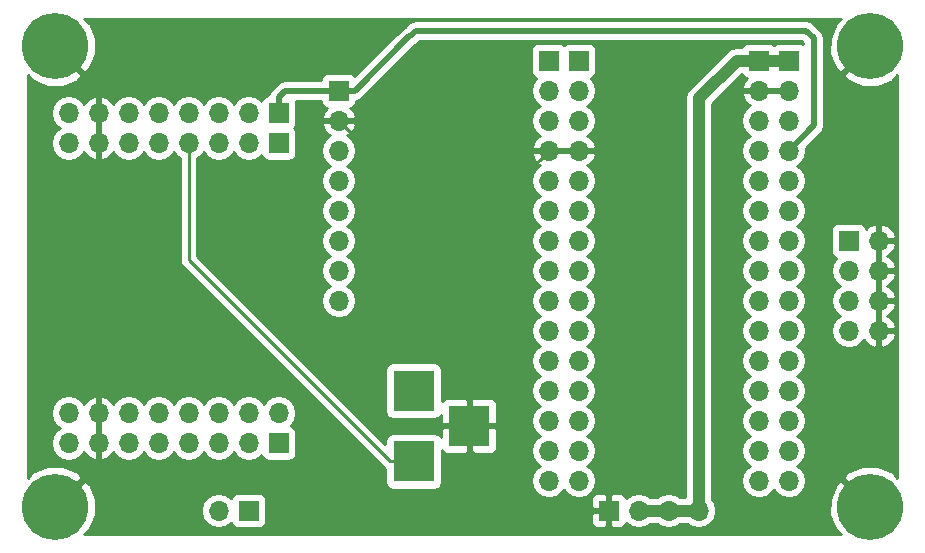
<source format=gbl>
G04 #@! TF.FileFunction,Copper,L2,Bot,Signal*
%FSLAX46Y46*%
G04 Gerber Fmt 4.6, Leading zero omitted, Abs format (unit mm)*
G04 Created by KiCad (PCBNEW 4.0.7-e2-6376~58~ubuntu16.04.1) date Sat Dec 23 21:02:57 2017*
%MOMM*%
%LPD*%
G01*
G04 APERTURE LIST*
%ADD10C,0.100000*%
%ADD11R,1.700000X1.700000*%
%ADD12O,1.700000X1.700000*%
%ADD13R,3.500000X3.500000*%
%ADD14C,5.600000*%
%ADD15C,1.016000*%
%ADD16C,0.228600*%
%ADD17C,0.508000*%
%ADD18C,0.254000*%
G04 APERTURE END LIST*
D10*
D11*
X121920000Y-113665000D03*
D12*
X119380000Y-113665000D03*
X116840000Y-113665000D03*
X114300000Y-113665000D03*
X111760000Y-113665000D03*
X109220000Y-113665000D03*
X106680000Y-113665000D03*
X104140000Y-113665000D03*
D11*
X149860000Y-147320000D03*
D12*
X152400000Y-147320000D03*
X154940000Y-147320000D03*
X157480000Y-147320000D03*
D11*
X144780000Y-109220000D03*
D12*
X144780000Y-111760000D03*
X144780000Y-114300000D03*
X144780000Y-116840000D03*
X144780000Y-119380000D03*
X144780000Y-121920000D03*
X144780000Y-124460000D03*
X144780000Y-127000000D03*
X144780000Y-129540000D03*
X144780000Y-132080000D03*
X144780000Y-134620000D03*
X144780000Y-137160000D03*
X144780000Y-139700000D03*
X144780000Y-142240000D03*
X144780000Y-144780000D03*
D11*
X165100000Y-109220000D03*
D12*
X165100000Y-111760000D03*
X165100000Y-114300000D03*
X165100000Y-116840000D03*
X165100000Y-119380000D03*
X165100000Y-121920000D03*
X165100000Y-124460000D03*
X165100000Y-127000000D03*
X165100000Y-129540000D03*
X165100000Y-132080000D03*
X165100000Y-134620000D03*
X165100000Y-137160000D03*
X165100000Y-139700000D03*
X165100000Y-142240000D03*
X165100000Y-144780000D03*
D13*
X133350000Y-137160000D03*
X133350000Y-143160000D03*
X138050000Y-140160000D03*
D11*
X119380000Y-147320000D03*
D12*
X116840000Y-147320000D03*
D11*
X147320000Y-109220000D03*
D12*
X147320000Y-111760000D03*
X147320000Y-114300000D03*
X147320000Y-116840000D03*
X147320000Y-119380000D03*
X147320000Y-121920000D03*
X147320000Y-124460000D03*
X147320000Y-127000000D03*
X147320000Y-129540000D03*
X147320000Y-132080000D03*
X147320000Y-134620000D03*
X147320000Y-137160000D03*
X147320000Y-139700000D03*
X147320000Y-142240000D03*
X147320000Y-144780000D03*
D11*
X162560000Y-109220000D03*
D12*
X162560000Y-111760000D03*
X162560000Y-114300000D03*
X162560000Y-116840000D03*
X162560000Y-119380000D03*
X162560000Y-121920000D03*
X162560000Y-124460000D03*
X162560000Y-127000000D03*
X162560000Y-129540000D03*
X162560000Y-132080000D03*
X162560000Y-134620000D03*
X162560000Y-137160000D03*
X162560000Y-139700000D03*
X162560000Y-142240000D03*
X162560000Y-144780000D03*
D11*
X121920000Y-141605000D03*
D12*
X119380000Y-141605000D03*
X116840000Y-141605000D03*
X114300000Y-141605000D03*
X111760000Y-141605000D03*
X109220000Y-141605000D03*
X106680000Y-141605000D03*
X104140000Y-141605000D03*
D11*
X127000000Y-111760000D03*
D12*
X127000000Y-114300000D03*
X127000000Y-116840000D03*
X127000000Y-119380000D03*
X127000000Y-121920000D03*
X127000000Y-124460000D03*
X127000000Y-127000000D03*
X127000000Y-129540000D03*
D11*
X121920000Y-116205000D03*
D12*
X121920000Y-139065000D03*
X119380000Y-139065000D03*
X119380000Y-116205000D03*
X116840000Y-139065000D03*
X116840000Y-116205000D03*
X114300000Y-139065000D03*
X114300000Y-116205000D03*
X111760000Y-139065000D03*
X111760000Y-116205000D03*
X109220000Y-139065000D03*
X109220000Y-116205000D03*
X106680000Y-139065000D03*
X106680000Y-116205000D03*
X104140000Y-139065000D03*
X104140000Y-116205000D03*
D11*
X170180000Y-124460000D03*
D12*
X172720000Y-124460000D03*
X170180000Y-127000000D03*
X172720000Y-127000000D03*
X170180000Y-129540000D03*
X172720000Y-129540000D03*
X170180000Y-132080000D03*
X172720000Y-132080000D03*
D14*
X172000000Y-147000000D03*
X103000000Y-147000000D03*
X172000000Y-108000000D03*
X103000000Y-108000000D03*
D15*
X162560000Y-109220000D02*
X165100000Y-109220000D01*
X157480000Y-147320000D02*
X157480000Y-112434000D01*
X157480000Y-112434000D02*
X160694000Y-109220000D01*
X160694000Y-109220000D02*
X162560000Y-109220000D01*
X154940000Y-147320000D02*
X157480000Y-147320000D01*
X152400000Y-147320000D02*
X154940000Y-147320000D01*
D16*
X149860000Y-147320000D02*
X143231400Y-147320000D01*
X143231400Y-147320000D02*
X138050000Y-142138600D01*
X138050000Y-142138600D02*
X138050000Y-140160000D01*
X106680000Y-139700000D02*
X106680000Y-143510000D01*
X106680000Y-143510000D02*
X104140000Y-146050000D01*
X138050000Y-140160000D02*
X138050000Y-125350000D01*
X138050000Y-125350000D02*
X127000000Y-114300000D01*
X144780000Y-116840000D02*
X138050000Y-123570000D01*
X138050000Y-123570000D02*
X138050000Y-140160000D01*
D17*
X127000000Y-111760000D02*
X122467000Y-111760000D01*
X122467000Y-111760000D02*
X121920000Y-112307000D01*
X121920000Y-112307000D02*
X121920000Y-113665000D01*
X165100000Y-116840000D02*
X167220001Y-114719999D01*
X167220001Y-114719999D02*
X167220001Y-107353999D01*
X167220001Y-107353999D02*
X166546002Y-106680000D01*
X166546002Y-106680000D02*
X133520000Y-106680000D01*
X133520000Y-106680000D02*
X133050000Y-107150000D01*
X133050000Y-107150000D02*
X132968000Y-107150000D01*
X128358000Y-111760000D02*
X127000000Y-111760000D01*
X132968000Y-107150000D02*
X128358000Y-111760000D01*
D16*
X133350000Y-143160000D02*
X131371400Y-143160000D01*
X131371400Y-143160000D02*
X114300000Y-126088600D01*
X114300000Y-126088600D02*
X114300000Y-117407081D01*
X114300000Y-117407081D02*
X114300000Y-116205000D01*
D18*
G36*
X169547658Y-105727266D02*
X169093797Y-106045501D01*
X168567064Y-107306434D01*
X168562965Y-108672956D01*
X169082122Y-109937027D01*
X169093797Y-109954499D01*
X169547660Y-110272735D01*
X171820395Y-108000000D01*
X171806253Y-107985858D01*
X171985858Y-107806253D01*
X172000000Y-107820395D01*
X172014143Y-107806253D01*
X172193748Y-107985858D01*
X172179605Y-108000000D01*
X172193748Y-108014143D01*
X172014143Y-108193748D01*
X172000000Y-108179605D01*
X169727265Y-110452340D01*
X170045501Y-110906203D01*
X171306434Y-111432936D01*
X172672956Y-111437035D01*
X173937027Y-110917878D01*
X173954499Y-110906203D01*
X174272734Y-110452342D01*
X174290000Y-110469608D01*
X174290000Y-144530392D01*
X174272734Y-144547658D01*
X173954499Y-144093797D01*
X172693566Y-143567064D01*
X171327044Y-143562965D01*
X170062973Y-144082122D01*
X170045501Y-144093797D01*
X169727265Y-144547660D01*
X172000000Y-146820395D01*
X172014143Y-146806253D01*
X172193748Y-146985858D01*
X172179605Y-147000000D01*
X172193748Y-147014143D01*
X172014143Y-147193748D01*
X172000000Y-147179605D01*
X171985858Y-147193748D01*
X171806253Y-147014143D01*
X171820395Y-147000000D01*
X169547660Y-144727265D01*
X169093797Y-145045501D01*
X168567064Y-146306434D01*
X168562965Y-147672956D01*
X169082122Y-148937027D01*
X169093797Y-148954499D01*
X169547658Y-149272734D01*
X169530392Y-149290000D01*
X105469608Y-149290000D01*
X105452342Y-149272734D01*
X105906203Y-148954499D01*
X106432936Y-147693566D01*
X106434143Y-147290907D01*
X115355000Y-147290907D01*
X115355000Y-147349093D01*
X115468039Y-147917378D01*
X115789946Y-148399147D01*
X116271715Y-148721054D01*
X116840000Y-148834093D01*
X117408285Y-148721054D01*
X117890054Y-148399147D01*
X117917850Y-148357548D01*
X117926838Y-148405317D01*
X118065910Y-148621441D01*
X118278110Y-148766431D01*
X118530000Y-148817440D01*
X120230000Y-148817440D01*
X120465317Y-148773162D01*
X120681441Y-148634090D01*
X120826431Y-148421890D01*
X120877440Y-148170000D01*
X120877440Y-147605750D01*
X148375000Y-147605750D01*
X148375000Y-148296309D01*
X148471673Y-148529698D01*
X148650301Y-148708327D01*
X148883690Y-148805000D01*
X149574250Y-148805000D01*
X149733000Y-148646250D01*
X149733000Y-147447000D01*
X148533750Y-147447000D01*
X148375000Y-147605750D01*
X120877440Y-147605750D01*
X120877440Y-146470000D01*
X120853674Y-146343691D01*
X148375000Y-146343691D01*
X148375000Y-147034250D01*
X148533750Y-147193000D01*
X149733000Y-147193000D01*
X149733000Y-145993750D01*
X149574250Y-145835000D01*
X148883690Y-145835000D01*
X148650301Y-145931673D01*
X148471673Y-146110302D01*
X148375000Y-146343691D01*
X120853674Y-146343691D01*
X120833162Y-146234683D01*
X120694090Y-146018559D01*
X120481890Y-145873569D01*
X120230000Y-145822560D01*
X118530000Y-145822560D01*
X118294683Y-145866838D01*
X118078559Y-146005910D01*
X117933569Y-146218110D01*
X117919914Y-146285541D01*
X117890054Y-146240853D01*
X117408285Y-145918946D01*
X116840000Y-145805907D01*
X116271715Y-145918946D01*
X115789946Y-146240853D01*
X115468039Y-146722622D01*
X115355000Y-147290907D01*
X106434143Y-147290907D01*
X106437035Y-146327044D01*
X105917878Y-145062973D01*
X105906203Y-145045501D01*
X105452340Y-144727265D01*
X103179605Y-147000000D01*
X103193748Y-147014143D01*
X103014143Y-147193748D01*
X103000000Y-147179605D01*
X102985858Y-147193748D01*
X102806253Y-147014143D01*
X102820395Y-147000000D01*
X102806253Y-146985858D01*
X102985858Y-146806253D01*
X103000000Y-146820395D01*
X105272735Y-144547660D01*
X104954499Y-144093797D01*
X103693566Y-143567064D01*
X102327044Y-143562965D01*
X101062973Y-144082122D01*
X101045501Y-144093797D01*
X100727266Y-144547658D01*
X100710000Y-144530392D01*
X100710000Y-139035907D01*
X102655000Y-139035907D01*
X102655000Y-139094093D01*
X102768039Y-139662378D01*
X103089946Y-140144147D01*
X103375578Y-140335000D01*
X103089946Y-140525853D01*
X102768039Y-141007622D01*
X102655000Y-141575907D01*
X102655000Y-141634093D01*
X102768039Y-142202378D01*
X103089946Y-142684147D01*
X103571715Y-143006054D01*
X104140000Y-143119093D01*
X104708285Y-143006054D01*
X105190054Y-142684147D01*
X105417702Y-142343447D01*
X105484817Y-142486358D01*
X105913076Y-142876645D01*
X106323110Y-143046476D01*
X106553000Y-142925155D01*
X106553000Y-141732000D01*
X106533000Y-141732000D01*
X106533000Y-141478000D01*
X106553000Y-141478000D01*
X106553000Y-139192000D01*
X106533000Y-139192000D01*
X106533000Y-138938000D01*
X106553000Y-138938000D01*
X106553000Y-137744845D01*
X106807000Y-137744845D01*
X106807000Y-138938000D01*
X106827000Y-138938000D01*
X106827000Y-139192000D01*
X106807000Y-139192000D01*
X106807000Y-141478000D01*
X106827000Y-141478000D01*
X106827000Y-141732000D01*
X106807000Y-141732000D01*
X106807000Y-142925155D01*
X107036890Y-143046476D01*
X107446924Y-142876645D01*
X107875183Y-142486358D01*
X107942298Y-142343447D01*
X108169946Y-142684147D01*
X108651715Y-143006054D01*
X109220000Y-143119093D01*
X109788285Y-143006054D01*
X110270054Y-142684147D01*
X110490000Y-142354974D01*
X110709946Y-142684147D01*
X111191715Y-143006054D01*
X111760000Y-143119093D01*
X112328285Y-143006054D01*
X112810054Y-142684147D01*
X113030000Y-142354974D01*
X113249946Y-142684147D01*
X113731715Y-143006054D01*
X114300000Y-143119093D01*
X114868285Y-143006054D01*
X115350054Y-142684147D01*
X115570000Y-142354974D01*
X115789946Y-142684147D01*
X116271715Y-143006054D01*
X116840000Y-143119093D01*
X117408285Y-143006054D01*
X117890054Y-142684147D01*
X118110000Y-142354974D01*
X118329946Y-142684147D01*
X118811715Y-143006054D01*
X119380000Y-143119093D01*
X119948285Y-143006054D01*
X120430054Y-142684147D01*
X120457850Y-142642548D01*
X120466838Y-142690317D01*
X120605910Y-142906441D01*
X120818110Y-143051431D01*
X121070000Y-143102440D01*
X122770000Y-143102440D01*
X123005317Y-143058162D01*
X123221441Y-142919090D01*
X123366431Y-142706890D01*
X123417440Y-142455000D01*
X123417440Y-140755000D01*
X123373162Y-140519683D01*
X123234090Y-140303559D01*
X123021890Y-140158569D01*
X122965546Y-140147159D01*
X122970054Y-140144147D01*
X123291961Y-139662378D01*
X123405000Y-139094093D01*
X123405000Y-139035907D01*
X123291961Y-138467622D01*
X122970054Y-137985853D01*
X122488285Y-137663946D01*
X121920000Y-137550907D01*
X121351715Y-137663946D01*
X120869946Y-137985853D01*
X120650000Y-138315026D01*
X120430054Y-137985853D01*
X119948285Y-137663946D01*
X119380000Y-137550907D01*
X118811715Y-137663946D01*
X118329946Y-137985853D01*
X118110000Y-138315026D01*
X117890054Y-137985853D01*
X117408285Y-137663946D01*
X116840000Y-137550907D01*
X116271715Y-137663946D01*
X115789946Y-137985853D01*
X115570000Y-138315026D01*
X115350054Y-137985853D01*
X114868285Y-137663946D01*
X114300000Y-137550907D01*
X113731715Y-137663946D01*
X113249946Y-137985853D01*
X113030000Y-138315026D01*
X112810054Y-137985853D01*
X112328285Y-137663946D01*
X111760000Y-137550907D01*
X111191715Y-137663946D01*
X110709946Y-137985853D01*
X110490000Y-138315026D01*
X110270054Y-137985853D01*
X109788285Y-137663946D01*
X109220000Y-137550907D01*
X108651715Y-137663946D01*
X108169946Y-137985853D01*
X107942298Y-138326553D01*
X107875183Y-138183642D01*
X107446924Y-137793355D01*
X107036890Y-137623524D01*
X106807000Y-137744845D01*
X106553000Y-137744845D01*
X106323110Y-137623524D01*
X105913076Y-137793355D01*
X105484817Y-138183642D01*
X105417702Y-138326553D01*
X105190054Y-137985853D01*
X104708285Y-137663946D01*
X104140000Y-137550907D01*
X103571715Y-137663946D01*
X103089946Y-137985853D01*
X102768039Y-138467622D01*
X102655000Y-139035907D01*
X100710000Y-139035907D01*
X100710000Y-113635907D01*
X102655000Y-113635907D01*
X102655000Y-113694093D01*
X102768039Y-114262378D01*
X103089946Y-114744147D01*
X103375578Y-114935000D01*
X103089946Y-115125853D01*
X102768039Y-115607622D01*
X102655000Y-116175907D01*
X102655000Y-116234093D01*
X102768039Y-116802378D01*
X103089946Y-117284147D01*
X103571715Y-117606054D01*
X104140000Y-117719093D01*
X104708285Y-117606054D01*
X105190054Y-117284147D01*
X105417702Y-116943447D01*
X105484817Y-117086358D01*
X105913076Y-117476645D01*
X106323110Y-117646476D01*
X106553000Y-117525155D01*
X106553000Y-116332000D01*
X106533000Y-116332000D01*
X106533000Y-116078000D01*
X106553000Y-116078000D01*
X106553000Y-113792000D01*
X106533000Y-113792000D01*
X106533000Y-113538000D01*
X106553000Y-113538000D01*
X106553000Y-112344845D01*
X106807000Y-112344845D01*
X106807000Y-113538000D01*
X106827000Y-113538000D01*
X106827000Y-113792000D01*
X106807000Y-113792000D01*
X106807000Y-116078000D01*
X106827000Y-116078000D01*
X106827000Y-116332000D01*
X106807000Y-116332000D01*
X106807000Y-117525155D01*
X107036890Y-117646476D01*
X107446924Y-117476645D01*
X107875183Y-117086358D01*
X107942298Y-116943447D01*
X108169946Y-117284147D01*
X108651715Y-117606054D01*
X109220000Y-117719093D01*
X109788285Y-117606054D01*
X110270054Y-117284147D01*
X110490000Y-116954974D01*
X110709946Y-117284147D01*
X111191715Y-117606054D01*
X111760000Y-117719093D01*
X112328285Y-117606054D01*
X112810054Y-117284147D01*
X113030000Y-116954974D01*
X113249946Y-117284147D01*
X113550700Y-117485104D01*
X113550700Y-126088600D01*
X113607737Y-126375345D01*
X113770165Y-126618435D01*
X130841565Y-143689835D01*
X130952560Y-143764000D01*
X130952560Y-144910000D01*
X130996838Y-145145317D01*
X131135910Y-145361441D01*
X131348110Y-145506431D01*
X131600000Y-145557440D01*
X135100000Y-145557440D01*
X135335317Y-145513162D01*
X135551441Y-145374090D01*
X135696431Y-145161890D01*
X135747440Y-144910000D01*
X135747440Y-142235337D01*
X135761673Y-142269698D01*
X135940301Y-142448327D01*
X136173690Y-142545000D01*
X137764250Y-142545000D01*
X137923000Y-142386250D01*
X137923000Y-140287000D01*
X138177000Y-140287000D01*
X138177000Y-142386250D01*
X138335750Y-142545000D01*
X139926310Y-142545000D01*
X140159699Y-142448327D01*
X140338327Y-142269698D01*
X140435000Y-142036309D01*
X140435000Y-140445750D01*
X140276250Y-140287000D01*
X138177000Y-140287000D01*
X137923000Y-140287000D01*
X135823750Y-140287000D01*
X135665000Y-140445750D01*
X135665000Y-141115378D01*
X135564090Y-140958559D01*
X135351890Y-140813569D01*
X135100000Y-140762560D01*
X131600000Y-140762560D01*
X131364683Y-140806838D01*
X131148559Y-140945910D01*
X131003569Y-141158110D01*
X130952560Y-141410000D01*
X130952560Y-141681490D01*
X124681070Y-135410000D01*
X130952560Y-135410000D01*
X130952560Y-138910000D01*
X130996838Y-139145317D01*
X131135910Y-139361441D01*
X131348110Y-139506431D01*
X131600000Y-139557440D01*
X135100000Y-139557440D01*
X135335317Y-139513162D01*
X135551441Y-139374090D01*
X135665000Y-139207891D01*
X135665000Y-139874250D01*
X135823750Y-140033000D01*
X137923000Y-140033000D01*
X137923000Y-137933750D01*
X138177000Y-137933750D01*
X138177000Y-140033000D01*
X140276250Y-140033000D01*
X140435000Y-139874250D01*
X140435000Y-138283691D01*
X140338327Y-138050302D01*
X140159699Y-137871673D01*
X139926310Y-137775000D01*
X138335750Y-137775000D01*
X138177000Y-137933750D01*
X137923000Y-137933750D01*
X137764250Y-137775000D01*
X136173690Y-137775000D01*
X135940301Y-137871673D01*
X135761673Y-138050302D01*
X135747440Y-138084663D01*
X135747440Y-135410000D01*
X135703162Y-135174683D01*
X135564090Y-134958559D01*
X135351890Y-134813569D01*
X135100000Y-134762560D01*
X131600000Y-134762560D01*
X131364683Y-134806838D01*
X131148559Y-134945910D01*
X131003569Y-135158110D01*
X130952560Y-135410000D01*
X124681070Y-135410000D01*
X115049300Y-125778230D01*
X115049300Y-117485104D01*
X115350054Y-117284147D01*
X115570000Y-116954974D01*
X115789946Y-117284147D01*
X116271715Y-117606054D01*
X116840000Y-117719093D01*
X117408285Y-117606054D01*
X117890054Y-117284147D01*
X118110000Y-116954974D01*
X118329946Y-117284147D01*
X118811715Y-117606054D01*
X119380000Y-117719093D01*
X119948285Y-117606054D01*
X120430054Y-117284147D01*
X120457850Y-117242548D01*
X120466838Y-117290317D01*
X120605910Y-117506441D01*
X120818110Y-117651431D01*
X121070000Y-117702440D01*
X122770000Y-117702440D01*
X123005317Y-117658162D01*
X123221441Y-117519090D01*
X123366431Y-117306890D01*
X123417440Y-117055000D01*
X123417440Y-116840000D01*
X125485907Y-116840000D01*
X125598946Y-117408285D01*
X125920853Y-117890054D01*
X126250026Y-118110000D01*
X125920853Y-118329946D01*
X125598946Y-118811715D01*
X125485907Y-119380000D01*
X125598946Y-119948285D01*
X125920853Y-120430054D01*
X126250026Y-120650000D01*
X125920853Y-120869946D01*
X125598946Y-121351715D01*
X125485907Y-121920000D01*
X125598946Y-122488285D01*
X125920853Y-122970054D01*
X126250026Y-123190000D01*
X125920853Y-123409946D01*
X125598946Y-123891715D01*
X125485907Y-124460000D01*
X125598946Y-125028285D01*
X125920853Y-125510054D01*
X126250026Y-125730000D01*
X125920853Y-125949946D01*
X125598946Y-126431715D01*
X125485907Y-127000000D01*
X125598946Y-127568285D01*
X125920853Y-128050054D01*
X126250026Y-128270000D01*
X125920853Y-128489946D01*
X125598946Y-128971715D01*
X125485907Y-129540000D01*
X125598946Y-130108285D01*
X125920853Y-130590054D01*
X126402622Y-130911961D01*
X126970907Y-131025000D01*
X127029093Y-131025000D01*
X127597378Y-130911961D01*
X128079147Y-130590054D01*
X128401054Y-130108285D01*
X128514093Y-129540000D01*
X128401054Y-128971715D01*
X128079147Y-128489946D01*
X127749974Y-128270000D01*
X128079147Y-128050054D01*
X128401054Y-127568285D01*
X128514093Y-127000000D01*
X128401054Y-126431715D01*
X128079147Y-125949946D01*
X127749974Y-125730000D01*
X128079147Y-125510054D01*
X128401054Y-125028285D01*
X128514093Y-124460000D01*
X128401054Y-123891715D01*
X128079147Y-123409946D01*
X127749974Y-123190000D01*
X128079147Y-122970054D01*
X128401054Y-122488285D01*
X128514093Y-121920000D01*
X128401054Y-121351715D01*
X128079147Y-120869946D01*
X127749974Y-120650000D01*
X128079147Y-120430054D01*
X128401054Y-119948285D01*
X128514093Y-119380000D01*
X143265907Y-119380000D01*
X143378946Y-119948285D01*
X143700853Y-120430054D01*
X144030026Y-120650000D01*
X143700853Y-120869946D01*
X143378946Y-121351715D01*
X143265907Y-121920000D01*
X143378946Y-122488285D01*
X143700853Y-122970054D01*
X144030026Y-123190000D01*
X143700853Y-123409946D01*
X143378946Y-123891715D01*
X143265907Y-124460000D01*
X143378946Y-125028285D01*
X143700853Y-125510054D01*
X144030026Y-125730000D01*
X143700853Y-125949946D01*
X143378946Y-126431715D01*
X143265907Y-127000000D01*
X143378946Y-127568285D01*
X143700853Y-128050054D01*
X144030026Y-128270000D01*
X143700853Y-128489946D01*
X143378946Y-128971715D01*
X143265907Y-129540000D01*
X143378946Y-130108285D01*
X143700853Y-130590054D01*
X144030026Y-130810000D01*
X143700853Y-131029946D01*
X143378946Y-131511715D01*
X143265907Y-132080000D01*
X143378946Y-132648285D01*
X143700853Y-133130054D01*
X144030026Y-133350000D01*
X143700853Y-133569946D01*
X143378946Y-134051715D01*
X143265907Y-134620000D01*
X143378946Y-135188285D01*
X143700853Y-135670054D01*
X144030026Y-135890000D01*
X143700853Y-136109946D01*
X143378946Y-136591715D01*
X143265907Y-137160000D01*
X143378946Y-137728285D01*
X143700853Y-138210054D01*
X144030026Y-138430000D01*
X143700853Y-138649946D01*
X143378946Y-139131715D01*
X143265907Y-139700000D01*
X143378946Y-140268285D01*
X143700853Y-140750054D01*
X144030026Y-140970000D01*
X143700853Y-141189946D01*
X143378946Y-141671715D01*
X143265907Y-142240000D01*
X143378946Y-142808285D01*
X143700853Y-143290054D01*
X144030026Y-143510000D01*
X143700853Y-143729946D01*
X143378946Y-144211715D01*
X143265907Y-144780000D01*
X143378946Y-145348285D01*
X143700853Y-145830054D01*
X144182622Y-146151961D01*
X144750907Y-146265000D01*
X144809093Y-146265000D01*
X145377378Y-146151961D01*
X145859147Y-145830054D01*
X146050000Y-145544422D01*
X146240853Y-145830054D01*
X146722622Y-146151961D01*
X147290907Y-146265000D01*
X147349093Y-146265000D01*
X147917378Y-146151961D01*
X148399147Y-145830054D01*
X148721054Y-145348285D01*
X148834093Y-144780000D01*
X148721054Y-144211715D01*
X148399147Y-143729946D01*
X148069974Y-143510000D01*
X148399147Y-143290054D01*
X148721054Y-142808285D01*
X148834093Y-142240000D01*
X148721054Y-141671715D01*
X148399147Y-141189946D01*
X148069974Y-140970000D01*
X148399147Y-140750054D01*
X148721054Y-140268285D01*
X148834093Y-139700000D01*
X148721054Y-139131715D01*
X148399147Y-138649946D01*
X148069974Y-138430000D01*
X148399147Y-138210054D01*
X148721054Y-137728285D01*
X148834093Y-137160000D01*
X148721054Y-136591715D01*
X148399147Y-136109946D01*
X148069974Y-135890000D01*
X148399147Y-135670054D01*
X148721054Y-135188285D01*
X148834093Y-134620000D01*
X148721054Y-134051715D01*
X148399147Y-133569946D01*
X148069974Y-133350000D01*
X148399147Y-133130054D01*
X148721054Y-132648285D01*
X148834093Y-132080000D01*
X148721054Y-131511715D01*
X148399147Y-131029946D01*
X148069974Y-130810000D01*
X148399147Y-130590054D01*
X148721054Y-130108285D01*
X148834093Y-129540000D01*
X148721054Y-128971715D01*
X148399147Y-128489946D01*
X148069974Y-128270000D01*
X148399147Y-128050054D01*
X148721054Y-127568285D01*
X148834093Y-127000000D01*
X148721054Y-126431715D01*
X148399147Y-125949946D01*
X148069974Y-125730000D01*
X148399147Y-125510054D01*
X148721054Y-125028285D01*
X148834093Y-124460000D01*
X148721054Y-123891715D01*
X148399147Y-123409946D01*
X148069974Y-123190000D01*
X148399147Y-122970054D01*
X148721054Y-122488285D01*
X148834093Y-121920000D01*
X148721054Y-121351715D01*
X148399147Y-120869946D01*
X148069974Y-120650000D01*
X148399147Y-120430054D01*
X148721054Y-119948285D01*
X148834093Y-119380000D01*
X148721054Y-118811715D01*
X148399147Y-118329946D01*
X148058447Y-118102298D01*
X148201358Y-118035183D01*
X148591645Y-117606924D01*
X148761476Y-117196890D01*
X148640155Y-116967000D01*
X147447000Y-116967000D01*
X147447000Y-116987000D01*
X147193000Y-116987000D01*
X147193000Y-116967000D01*
X144907000Y-116967000D01*
X144907000Y-116987000D01*
X144653000Y-116987000D01*
X144653000Y-116967000D01*
X143459845Y-116967000D01*
X143338524Y-117196890D01*
X143508355Y-117606924D01*
X143898642Y-118035183D01*
X144041553Y-118102298D01*
X143700853Y-118329946D01*
X143378946Y-118811715D01*
X143265907Y-119380000D01*
X128514093Y-119380000D01*
X128401054Y-118811715D01*
X128079147Y-118329946D01*
X127749974Y-118110000D01*
X128079147Y-117890054D01*
X128401054Y-117408285D01*
X128514093Y-116840000D01*
X128401054Y-116271715D01*
X128079147Y-115789946D01*
X127738447Y-115562298D01*
X127881358Y-115495183D01*
X128271645Y-115066924D01*
X128441476Y-114656890D01*
X128320155Y-114427000D01*
X127127000Y-114427000D01*
X127127000Y-114447000D01*
X126873000Y-114447000D01*
X126873000Y-114427000D01*
X125679845Y-114427000D01*
X125558524Y-114656890D01*
X125728355Y-115066924D01*
X126118642Y-115495183D01*
X126261553Y-115562298D01*
X125920853Y-115789946D01*
X125598946Y-116271715D01*
X125485907Y-116840000D01*
X123417440Y-116840000D01*
X123417440Y-115355000D01*
X123373162Y-115119683D01*
X123252985Y-114932923D01*
X123366431Y-114766890D01*
X123417440Y-114515000D01*
X123417440Y-112815000D01*
X123386205Y-112649000D01*
X125509898Y-112649000D01*
X125546838Y-112845317D01*
X125685910Y-113061441D01*
X125898110Y-113206431D01*
X126006107Y-113228301D01*
X125728355Y-113533076D01*
X125558524Y-113943110D01*
X125679845Y-114173000D01*
X126873000Y-114173000D01*
X126873000Y-114153000D01*
X127127000Y-114153000D01*
X127127000Y-114173000D01*
X128320155Y-114173000D01*
X128441476Y-113943110D01*
X128271645Y-113533076D01*
X127995499Y-113230063D01*
X128085317Y-113213162D01*
X128301441Y-113074090D01*
X128446431Y-112861890D01*
X128495063Y-112621736D01*
X128698206Y-112581329D01*
X128986618Y-112388618D01*
X129615236Y-111760000D01*
X143265907Y-111760000D01*
X143378946Y-112328285D01*
X143700853Y-112810054D01*
X144030026Y-113030000D01*
X143700853Y-113249946D01*
X143378946Y-113731715D01*
X143265907Y-114300000D01*
X143378946Y-114868285D01*
X143700853Y-115350054D01*
X144041553Y-115577702D01*
X143898642Y-115644817D01*
X143508355Y-116073076D01*
X143338524Y-116483110D01*
X143459845Y-116713000D01*
X144653000Y-116713000D01*
X144653000Y-116693000D01*
X144907000Y-116693000D01*
X144907000Y-116713000D01*
X147193000Y-116713000D01*
X147193000Y-116693000D01*
X147447000Y-116693000D01*
X147447000Y-116713000D01*
X148640155Y-116713000D01*
X148761476Y-116483110D01*
X148591645Y-116073076D01*
X148201358Y-115644817D01*
X148058447Y-115577702D01*
X148399147Y-115350054D01*
X148721054Y-114868285D01*
X148834093Y-114300000D01*
X148721054Y-113731715D01*
X148399147Y-113249946D01*
X148069974Y-113030000D01*
X148399147Y-112810054D01*
X148721054Y-112328285D01*
X148834093Y-111760000D01*
X148721054Y-111191715D01*
X148399147Y-110709946D01*
X148357548Y-110682150D01*
X148405317Y-110673162D01*
X148621441Y-110534090D01*
X148766431Y-110321890D01*
X148817440Y-110070000D01*
X148817440Y-108370000D01*
X148773162Y-108134683D01*
X148634090Y-107918559D01*
X148421890Y-107773569D01*
X148170000Y-107722560D01*
X146470000Y-107722560D01*
X146234683Y-107766838D01*
X146047923Y-107887015D01*
X145881890Y-107773569D01*
X145630000Y-107722560D01*
X143930000Y-107722560D01*
X143694683Y-107766838D01*
X143478559Y-107905910D01*
X143333569Y-108118110D01*
X143282560Y-108370000D01*
X143282560Y-110070000D01*
X143326838Y-110305317D01*
X143465910Y-110521441D01*
X143678110Y-110666431D01*
X143745541Y-110680086D01*
X143700853Y-110709946D01*
X143378946Y-111191715D01*
X143265907Y-111760000D01*
X129615236Y-111760000D01*
X133431496Y-107943740D01*
X133678618Y-107778618D01*
X133888236Y-107569000D01*
X166177766Y-107569000D01*
X166331001Y-107722235D01*
X166331001Y-107861787D01*
X166201890Y-107773569D01*
X165950000Y-107722560D01*
X164250000Y-107722560D01*
X164014683Y-107766838D01*
X163827923Y-107887015D01*
X163661890Y-107773569D01*
X163410000Y-107722560D01*
X161710000Y-107722560D01*
X161474683Y-107766838D01*
X161258559Y-107905910D01*
X161141658Y-108077000D01*
X160694000Y-108077000D01*
X160256593Y-108164006D01*
X159885777Y-108411777D01*
X156671777Y-111625777D01*
X156424006Y-111996593D01*
X156337000Y-112434000D01*
X156337000Y-146177000D01*
X155894491Y-146177000D01*
X155508285Y-145918946D01*
X154940000Y-145805907D01*
X154371715Y-145918946D01*
X153985509Y-146177000D01*
X153354491Y-146177000D01*
X152968285Y-145918946D01*
X152400000Y-145805907D01*
X151831715Y-145918946D01*
X151349946Y-146240853D01*
X151320597Y-146284777D01*
X151248327Y-146110302D01*
X151069699Y-145931673D01*
X150836310Y-145835000D01*
X150145750Y-145835000D01*
X149987000Y-145993750D01*
X149987000Y-147193000D01*
X150007000Y-147193000D01*
X150007000Y-147447000D01*
X149987000Y-147447000D01*
X149987000Y-148646250D01*
X150145750Y-148805000D01*
X150836310Y-148805000D01*
X151069699Y-148708327D01*
X151248327Y-148529698D01*
X151320597Y-148355223D01*
X151349946Y-148399147D01*
X151831715Y-148721054D01*
X152400000Y-148834093D01*
X152968285Y-148721054D01*
X153354491Y-148463000D01*
X153985509Y-148463000D01*
X154371715Y-148721054D01*
X154940000Y-148834093D01*
X155508285Y-148721054D01*
X155894491Y-148463000D01*
X156525509Y-148463000D01*
X156911715Y-148721054D01*
X157480000Y-148834093D01*
X158048285Y-148721054D01*
X158530054Y-148399147D01*
X158851961Y-147917378D01*
X158965000Y-147349093D01*
X158965000Y-147290907D01*
X158851961Y-146722622D01*
X158623000Y-146379957D01*
X158623000Y-112907446D01*
X161153153Y-110377293D01*
X161245910Y-110521441D01*
X161458110Y-110666431D01*
X161566107Y-110688301D01*
X161288355Y-110993076D01*
X161118524Y-111403110D01*
X161239845Y-111633000D01*
X162433000Y-111633000D01*
X162433000Y-111613000D01*
X162687000Y-111613000D01*
X162687000Y-111633000D01*
X164973000Y-111633000D01*
X164973000Y-111613000D01*
X165227000Y-111613000D01*
X165227000Y-111633000D01*
X165247000Y-111633000D01*
X165247000Y-111887000D01*
X165227000Y-111887000D01*
X165227000Y-111907000D01*
X164973000Y-111907000D01*
X164973000Y-111887000D01*
X162687000Y-111887000D01*
X162687000Y-111907000D01*
X162433000Y-111907000D01*
X162433000Y-111887000D01*
X161239845Y-111887000D01*
X161118524Y-112116890D01*
X161288355Y-112526924D01*
X161678642Y-112955183D01*
X161821553Y-113022298D01*
X161480853Y-113249946D01*
X161158946Y-113731715D01*
X161045907Y-114300000D01*
X161158946Y-114868285D01*
X161480853Y-115350054D01*
X161810026Y-115570000D01*
X161480853Y-115789946D01*
X161158946Y-116271715D01*
X161045907Y-116840000D01*
X161158946Y-117408285D01*
X161480853Y-117890054D01*
X161810026Y-118110000D01*
X161480853Y-118329946D01*
X161158946Y-118811715D01*
X161045907Y-119380000D01*
X161158946Y-119948285D01*
X161480853Y-120430054D01*
X161810026Y-120650000D01*
X161480853Y-120869946D01*
X161158946Y-121351715D01*
X161045907Y-121920000D01*
X161158946Y-122488285D01*
X161480853Y-122970054D01*
X161810026Y-123190000D01*
X161480853Y-123409946D01*
X161158946Y-123891715D01*
X161045907Y-124460000D01*
X161158946Y-125028285D01*
X161480853Y-125510054D01*
X161810026Y-125730000D01*
X161480853Y-125949946D01*
X161158946Y-126431715D01*
X161045907Y-127000000D01*
X161158946Y-127568285D01*
X161480853Y-128050054D01*
X161810026Y-128270000D01*
X161480853Y-128489946D01*
X161158946Y-128971715D01*
X161045907Y-129540000D01*
X161158946Y-130108285D01*
X161480853Y-130590054D01*
X161810026Y-130810000D01*
X161480853Y-131029946D01*
X161158946Y-131511715D01*
X161045907Y-132080000D01*
X161158946Y-132648285D01*
X161480853Y-133130054D01*
X161810026Y-133350000D01*
X161480853Y-133569946D01*
X161158946Y-134051715D01*
X161045907Y-134620000D01*
X161158946Y-135188285D01*
X161480853Y-135670054D01*
X161810026Y-135890000D01*
X161480853Y-136109946D01*
X161158946Y-136591715D01*
X161045907Y-137160000D01*
X161158946Y-137728285D01*
X161480853Y-138210054D01*
X161810026Y-138430000D01*
X161480853Y-138649946D01*
X161158946Y-139131715D01*
X161045907Y-139700000D01*
X161158946Y-140268285D01*
X161480853Y-140750054D01*
X161810026Y-140970000D01*
X161480853Y-141189946D01*
X161158946Y-141671715D01*
X161045907Y-142240000D01*
X161158946Y-142808285D01*
X161480853Y-143290054D01*
X161810026Y-143510000D01*
X161480853Y-143729946D01*
X161158946Y-144211715D01*
X161045907Y-144780000D01*
X161158946Y-145348285D01*
X161480853Y-145830054D01*
X161962622Y-146151961D01*
X162530907Y-146265000D01*
X162589093Y-146265000D01*
X163157378Y-146151961D01*
X163639147Y-145830054D01*
X163830000Y-145544422D01*
X164020853Y-145830054D01*
X164502622Y-146151961D01*
X165070907Y-146265000D01*
X165129093Y-146265000D01*
X165697378Y-146151961D01*
X166179147Y-145830054D01*
X166501054Y-145348285D01*
X166614093Y-144780000D01*
X166501054Y-144211715D01*
X166179147Y-143729946D01*
X165849974Y-143510000D01*
X166179147Y-143290054D01*
X166501054Y-142808285D01*
X166614093Y-142240000D01*
X166501054Y-141671715D01*
X166179147Y-141189946D01*
X165849974Y-140970000D01*
X166179147Y-140750054D01*
X166501054Y-140268285D01*
X166614093Y-139700000D01*
X166501054Y-139131715D01*
X166179147Y-138649946D01*
X165849974Y-138430000D01*
X166179147Y-138210054D01*
X166501054Y-137728285D01*
X166614093Y-137160000D01*
X166501054Y-136591715D01*
X166179147Y-136109946D01*
X165849974Y-135890000D01*
X166179147Y-135670054D01*
X166501054Y-135188285D01*
X166614093Y-134620000D01*
X166501054Y-134051715D01*
X166179147Y-133569946D01*
X165849974Y-133350000D01*
X166179147Y-133130054D01*
X166501054Y-132648285D01*
X166614093Y-132080000D01*
X166501054Y-131511715D01*
X166179147Y-131029946D01*
X165849974Y-130810000D01*
X166179147Y-130590054D01*
X166501054Y-130108285D01*
X166614093Y-129540000D01*
X166501054Y-128971715D01*
X166179147Y-128489946D01*
X165849974Y-128270000D01*
X166179147Y-128050054D01*
X166501054Y-127568285D01*
X166614093Y-127000000D01*
X168665907Y-127000000D01*
X168778946Y-127568285D01*
X169100853Y-128050054D01*
X169430026Y-128270000D01*
X169100853Y-128489946D01*
X168778946Y-128971715D01*
X168665907Y-129540000D01*
X168778946Y-130108285D01*
X169100853Y-130590054D01*
X169430026Y-130810000D01*
X169100853Y-131029946D01*
X168778946Y-131511715D01*
X168665907Y-132080000D01*
X168778946Y-132648285D01*
X169100853Y-133130054D01*
X169582622Y-133451961D01*
X170150907Y-133565000D01*
X170209093Y-133565000D01*
X170777378Y-133451961D01*
X171259147Y-133130054D01*
X171448345Y-132846899D01*
X171448355Y-132846924D01*
X171838642Y-133275183D01*
X172363108Y-133521486D01*
X172593000Y-133400819D01*
X172593000Y-132207000D01*
X172847000Y-132207000D01*
X172847000Y-133400819D01*
X173076892Y-133521486D01*
X173601358Y-133275183D01*
X173991645Y-132846924D01*
X174161476Y-132436890D01*
X174040155Y-132207000D01*
X172847000Y-132207000D01*
X172593000Y-132207000D01*
X172573000Y-132207000D01*
X172573000Y-131953000D01*
X172593000Y-131953000D01*
X172593000Y-129667000D01*
X172847000Y-129667000D01*
X172847000Y-131953000D01*
X174040155Y-131953000D01*
X174161476Y-131723110D01*
X173991645Y-131313076D01*
X173601358Y-130884817D01*
X173442046Y-130810000D01*
X173601358Y-130735183D01*
X173991645Y-130306924D01*
X174161476Y-129896890D01*
X174040155Y-129667000D01*
X172847000Y-129667000D01*
X172593000Y-129667000D01*
X172573000Y-129667000D01*
X172573000Y-129413000D01*
X172593000Y-129413000D01*
X172593000Y-127127000D01*
X172847000Y-127127000D01*
X172847000Y-129413000D01*
X174040155Y-129413000D01*
X174161476Y-129183110D01*
X173991645Y-128773076D01*
X173601358Y-128344817D01*
X173442046Y-128270000D01*
X173601358Y-128195183D01*
X173991645Y-127766924D01*
X174161476Y-127356890D01*
X174040155Y-127127000D01*
X172847000Y-127127000D01*
X172593000Y-127127000D01*
X172573000Y-127127000D01*
X172573000Y-126873000D01*
X172593000Y-126873000D01*
X172593000Y-124587000D01*
X172847000Y-124587000D01*
X172847000Y-126873000D01*
X174040155Y-126873000D01*
X174161476Y-126643110D01*
X173991645Y-126233076D01*
X173601358Y-125804817D01*
X173442046Y-125730000D01*
X173601358Y-125655183D01*
X173991645Y-125226924D01*
X174161476Y-124816890D01*
X174040155Y-124587000D01*
X172847000Y-124587000D01*
X172593000Y-124587000D01*
X172573000Y-124587000D01*
X172573000Y-124333000D01*
X172593000Y-124333000D01*
X172593000Y-123139181D01*
X172847000Y-123139181D01*
X172847000Y-124333000D01*
X174040155Y-124333000D01*
X174161476Y-124103110D01*
X173991645Y-123693076D01*
X173601358Y-123264817D01*
X173076892Y-123018514D01*
X172847000Y-123139181D01*
X172593000Y-123139181D01*
X172363108Y-123018514D01*
X171838642Y-123264817D01*
X171651192Y-123470504D01*
X171633162Y-123374683D01*
X171494090Y-123158559D01*
X171281890Y-123013569D01*
X171030000Y-122962560D01*
X169330000Y-122962560D01*
X169094683Y-123006838D01*
X168878559Y-123145910D01*
X168733569Y-123358110D01*
X168682560Y-123610000D01*
X168682560Y-125310000D01*
X168726838Y-125545317D01*
X168865910Y-125761441D01*
X169078110Y-125906431D01*
X169145541Y-125920086D01*
X169100853Y-125949946D01*
X168778946Y-126431715D01*
X168665907Y-127000000D01*
X166614093Y-127000000D01*
X166501054Y-126431715D01*
X166179147Y-125949946D01*
X165849974Y-125730000D01*
X166179147Y-125510054D01*
X166501054Y-125028285D01*
X166614093Y-124460000D01*
X166501054Y-123891715D01*
X166179147Y-123409946D01*
X165849974Y-123190000D01*
X166179147Y-122970054D01*
X166501054Y-122488285D01*
X166614093Y-121920000D01*
X166501054Y-121351715D01*
X166179147Y-120869946D01*
X165849974Y-120650000D01*
X166179147Y-120430054D01*
X166501054Y-119948285D01*
X166614093Y-119380000D01*
X166501054Y-118811715D01*
X166179147Y-118329946D01*
X165849974Y-118110000D01*
X166179147Y-117890054D01*
X166501054Y-117408285D01*
X166614093Y-116840000D01*
X166571478Y-116625758D01*
X167848619Y-115348617D01*
X167961891Y-115179093D01*
X168041330Y-115060205D01*
X168109001Y-114719999D01*
X168109001Y-107353999D01*
X168099540Y-107306434D01*
X168041331Y-107013794D01*
X167848619Y-106725381D01*
X167174620Y-106051382D01*
X167165818Y-106045501D01*
X166886208Y-105858671D01*
X166546002Y-105791000D01*
X133520000Y-105791000D01*
X133179794Y-105858671D01*
X132891382Y-106051382D01*
X132586504Y-106356260D01*
X132339382Y-106521382D01*
X128348590Y-110512174D01*
X128314090Y-110458559D01*
X128101890Y-110313569D01*
X127850000Y-110262560D01*
X126150000Y-110262560D01*
X125914683Y-110306838D01*
X125698559Y-110445910D01*
X125553569Y-110658110D01*
X125510458Y-110871000D01*
X122467000Y-110871000D01*
X122126794Y-110938671D01*
X121838382Y-111131382D01*
X121291382Y-111678382D01*
X121098671Y-111966794D01*
X121058298Y-112169762D01*
X120834683Y-112211838D01*
X120618559Y-112350910D01*
X120473569Y-112563110D01*
X120459914Y-112630541D01*
X120430054Y-112585853D01*
X119948285Y-112263946D01*
X119380000Y-112150907D01*
X118811715Y-112263946D01*
X118329946Y-112585853D01*
X118110000Y-112915026D01*
X117890054Y-112585853D01*
X117408285Y-112263946D01*
X116840000Y-112150907D01*
X116271715Y-112263946D01*
X115789946Y-112585853D01*
X115570000Y-112915026D01*
X115350054Y-112585853D01*
X114868285Y-112263946D01*
X114300000Y-112150907D01*
X113731715Y-112263946D01*
X113249946Y-112585853D01*
X113030000Y-112915026D01*
X112810054Y-112585853D01*
X112328285Y-112263946D01*
X111760000Y-112150907D01*
X111191715Y-112263946D01*
X110709946Y-112585853D01*
X110490000Y-112915026D01*
X110270054Y-112585853D01*
X109788285Y-112263946D01*
X109220000Y-112150907D01*
X108651715Y-112263946D01*
X108169946Y-112585853D01*
X107942298Y-112926553D01*
X107875183Y-112783642D01*
X107446924Y-112393355D01*
X107036890Y-112223524D01*
X106807000Y-112344845D01*
X106553000Y-112344845D01*
X106323110Y-112223524D01*
X105913076Y-112393355D01*
X105484817Y-112783642D01*
X105417702Y-112926553D01*
X105190054Y-112585853D01*
X104708285Y-112263946D01*
X104140000Y-112150907D01*
X103571715Y-112263946D01*
X103089946Y-112585853D01*
X102768039Y-113067622D01*
X102655000Y-113635907D01*
X100710000Y-113635907D01*
X100710000Y-110469608D01*
X100727266Y-110452342D01*
X101045501Y-110906203D01*
X102306434Y-111432936D01*
X103672956Y-111437035D01*
X104937027Y-110917878D01*
X104954499Y-110906203D01*
X105272735Y-110452340D01*
X103000000Y-108179605D01*
X102985858Y-108193748D01*
X102806253Y-108014143D01*
X102820395Y-108000000D01*
X102806253Y-107985858D01*
X102985858Y-107806253D01*
X103000000Y-107820395D01*
X103014143Y-107806253D01*
X103193748Y-107985858D01*
X103179605Y-108000000D01*
X105452340Y-110272735D01*
X105906203Y-109954499D01*
X106432936Y-108693566D01*
X106437035Y-107327044D01*
X105917878Y-106062973D01*
X105906203Y-106045501D01*
X105452342Y-105727266D01*
X105469608Y-105710000D01*
X169530392Y-105710000D01*
X169547658Y-105727266D01*
X169547658Y-105727266D01*
G37*
X169547658Y-105727266D02*
X169093797Y-106045501D01*
X168567064Y-107306434D01*
X168562965Y-108672956D01*
X169082122Y-109937027D01*
X169093797Y-109954499D01*
X169547660Y-110272735D01*
X171820395Y-108000000D01*
X171806253Y-107985858D01*
X171985858Y-107806253D01*
X172000000Y-107820395D01*
X172014143Y-107806253D01*
X172193748Y-107985858D01*
X172179605Y-108000000D01*
X172193748Y-108014143D01*
X172014143Y-108193748D01*
X172000000Y-108179605D01*
X169727265Y-110452340D01*
X170045501Y-110906203D01*
X171306434Y-111432936D01*
X172672956Y-111437035D01*
X173937027Y-110917878D01*
X173954499Y-110906203D01*
X174272734Y-110452342D01*
X174290000Y-110469608D01*
X174290000Y-144530392D01*
X174272734Y-144547658D01*
X173954499Y-144093797D01*
X172693566Y-143567064D01*
X171327044Y-143562965D01*
X170062973Y-144082122D01*
X170045501Y-144093797D01*
X169727265Y-144547660D01*
X172000000Y-146820395D01*
X172014143Y-146806253D01*
X172193748Y-146985858D01*
X172179605Y-147000000D01*
X172193748Y-147014143D01*
X172014143Y-147193748D01*
X172000000Y-147179605D01*
X171985858Y-147193748D01*
X171806253Y-147014143D01*
X171820395Y-147000000D01*
X169547660Y-144727265D01*
X169093797Y-145045501D01*
X168567064Y-146306434D01*
X168562965Y-147672956D01*
X169082122Y-148937027D01*
X169093797Y-148954499D01*
X169547658Y-149272734D01*
X169530392Y-149290000D01*
X105469608Y-149290000D01*
X105452342Y-149272734D01*
X105906203Y-148954499D01*
X106432936Y-147693566D01*
X106434143Y-147290907D01*
X115355000Y-147290907D01*
X115355000Y-147349093D01*
X115468039Y-147917378D01*
X115789946Y-148399147D01*
X116271715Y-148721054D01*
X116840000Y-148834093D01*
X117408285Y-148721054D01*
X117890054Y-148399147D01*
X117917850Y-148357548D01*
X117926838Y-148405317D01*
X118065910Y-148621441D01*
X118278110Y-148766431D01*
X118530000Y-148817440D01*
X120230000Y-148817440D01*
X120465317Y-148773162D01*
X120681441Y-148634090D01*
X120826431Y-148421890D01*
X120877440Y-148170000D01*
X120877440Y-147605750D01*
X148375000Y-147605750D01*
X148375000Y-148296309D01*
X148471673Y-148529698D01*
X148650301Y-148708327D01*
X148883690Y-148805000D01*
X149574250Y-148805000D01*
X149733000Y-148646250D01*
X149733000Y-147447000D01*
X148533750Y-147447000D01*
X148375000Y-147605750D01*
X120877440Y-147605750D01*
X120877440Y-146470000D01*
X120853674Y-146343691D01*
X148375000Y-146343691D01*
X148375000Y-147034250D01*
X148533750Y-147193000D01*
X149733000Y-147193000D01*
X149733000Y-145993750D01*
X149574250Y-145835000D01*
X148883690Y-145835000D01*
X148650301Y-145931673D01*
X148471673Y-146110302D01*
X148375000Y-146343691D01*
X120853674Y-146343691D01*
X120833162Y-146234683D01*
X120694090Y-146018559D01*
X120481890Y-145873569D01*
X120230000Y-145822560D01*
X118530000Y-145822560D01*
X118294683Y-145866838D01*
X118078559Y-146005910D01*
X117933569Y-146218110D01*
X117919914Y-146285541D01*
X117890054Y-146240853D01*
X117408285Y-145918946D01*
X116840000Y-145805907D01*
X116271715Y-145918946D01*
X115789946Y-146240853D01*
X115468039Y-146722622D01*
X115355000Y-147290907D01*
X106434143Y-147290907D01*
X106437035Y-146327044D01*
X105917878Y-145062973D01*
X105906203Y-145045501D01*
X105452340Y-144727265D01*
X103179605Y-147000000D01*
X103193748Y-147014143D01*
X103014143Y-147193748D01*
X103000000Y-147179605D01*
X102985858Y-147193748D01*
X102806253Y-147014143D01*
X102820395Y-147000000D01*
X102806253Y-146985858D01*
X102985858Y-146806253D01*
X103000000Y-146820395D01*
X105272735Y-144547660D01*
X104954499Y-144093797D01*
X103693566Y-143567064D01*
X102327044Y-143562965D01*
X101062973Y-144082122D01*
X101045501Y-144093797D01*
X100727266Y-144547658D01*
X100710000Y-144530392D01*
X100710000Y-139035907D01*
X102655000Y-139035907D01*
X102655000Y-139094093D01*
X102768039Y-139662378D01*
X103089946Y-140144147D01*
X103375578Y-140335000D01*
X103089946Y-140525853D01*
X102768039Y-141007622D01*
X102655000Y-141575907D01*
X102655000Y-141634093D01*
X102768039Y-142202378D01*
X103089946Y-142684147D01*
X103571715Y-143006054D01*
X104140000Y-143119093D01*
X104708285Y-143006054D01*
X105190054Y-142684147D01*
X105417702Y-142343447D01*
X105484817Y-142486358D01*
X105913076Y-142876645D01*
X106323110Y-143046476D01*
X106553000Y-142925155D01*
X106553000Y-141732000D01*
X106533000Y-141732000D01*
X106533000Y-141478000D01*
X106553000Y-141478000D01*
X106553000Y-139192000D01*
X106533000Y-139192000D01*
X106533000Y-138938000D01*
X106553000Y-138938000D01*
X106553000Y-137744845D01*
X106807000Y-137744845D01*
X106807000Y-138938000D01*
X106827000Y-138938000D01*
X106827000Y-139192000D01*
X106807000Y-139192000D01*
X106807000Y-141478000D01*
X106827000Y-141478000D01*
X106827000Y-141732000D01*
X106807000Y-141732000D01*
X106807000Y-142925155D01*
X107036890Y-143046476D01*
X107446924Y-142876645D01*
X107875183Y-142486358D01*
X107942298Y-142343447D01*
X108169946Y-142684147D01*
X108651715Y-143006054D01*
X109220000Y-143119093D01*
X109788285Y-143006054D01*
X110270054Y-142684147D01*
X110490000Y-142354974D01*
X110709946Y-142684147D01*
X111191715Y-143006054D01*
X111760000Y-143119093D01*
X112328285Y-143006054D01*
X112810054Y-142684147D01*
X113030000Y-142354974D01*
X113249946Y-142684147D01*
X113731715Y-143006054D01*
X114300000Y-143119093D01*
X114868285Y-143006054D01*
X115350054Y-142684147D01*
X115570000Y-142354974D01*
X115789946Y-142684147D01*
X116271715Y-143006054D01*
X116840000Y-143119093D01*
X117408285Y-143006054D01*
X117890054Y-142684147D01*
X118110000Y-142354974D01*
X118329946Y-142684147D01*
X118811715Y-143006054D01*
X119380000Y-143119093D01*
X119948285Y-143006054D01*
X120430054Y-142684147D01*
X120457850Y-142642548D01*
X120466838Y-142690317D01*
X120605910Y-142906441D01*
X120818110Y-143051431D01*
X121070000Y-143102440D01*
X122770000Y-143102440D01*
X123005317Y-143058162D01*
X123221441Y-142919090D01*
X123366431Y-142706890D01*
X123417440Y-142455000D01*
X123417440Y-140755000D01*
X123373162Y-140519683D01*
X123234090Y-140303559D01*
X123021890Y-140158569D01*
X122965546Y-140147159D01*
X122970054Y-140144147D01*
X123291961Y-139662378D01*
X123405000Y-139094093D01*
X123405000Y-139035907D01*
X123291961Y-138467622D01*
X122970054Y-137985853D01*
X122488285Y-137663946D01*
X121920000Y-137550907D01*
X121351715Y-137663946D01*
X120869946Y-137985853D01*
X120650000Y-138315026D01*
X120430054Y-137985853D01*
X119948285Y-137663946D01*
X119380000Y-137550907D01*
X118811715Y-137663946D01*
X118329946Y-137985853D01*
X118110000Y-138315026D01*
X117890054Y-137985853D01*
X117408285Y-137663946D01*
X116840000Y-137550907D01*
X116271715Y-137663946D01*
X115789946Y-137985853D01*
X115570000Y-138315026D01*
X115350054Y-137985853D01*
X114868285Y-137663946D01*
X114300000Y-137550907D01*
X113731715Y-137663946D01*
X113249946Y-137985853D01*
X113030000Y-138315026D01*
X112810054Y-137985853D01*
X112328285Y-137663946D01*
X111760000Y-137550907D01*
X111191715Y-137663946D01*
X110709946Y-137985853D01*
X110490000Y-138315026D01*
X110270054Y-137985853D01*
X109788285Y-137663946D01*
X109220000Y-137550907D01*
X108651715Y-137663946D01*
X108169946Y-137985853D01*
X107942298Y-138326553D01*
X107875183Y-138183642D01*
X107446924Y-137793355D01*
X107036890Y-137623524D01*
X106807000Y-137744845D01*
X106553000Y-137744845D01*
X106323110Y-137623524D01*
X105913076Y-137793355D01*
X105484817Y-138183642D01*
X105417702Y-138326553D01*
X105190054Y-137985853D01*
X104708285Y-137663946D01*
X104140000Y-137550907D01*
X103571715Y-137663946D01*
X103089946Y-137985853D01*
X102768039Y-138467622D01*
X102655000Y-139035907D01*
X100710000Y-139035907D01*
X100710000Y-113635907D01*
X102655000Y-113635907D01*
X102655000Y-113694093D01*
X102768039Y-114262378D01*
X103089946Y-114744147D01*
X103375578Y-114935000D01*
X103089946Y-115125853D01*
X102768039Y-115607622D01*
X102655000Y-116175907D01*
X102655000Y-116234093D01*
X102768039Y-116802378D01*
X103089946Y-117284147D01*
X103571715Y-117606054D01*
X104140000Y-117719093D01*
X104708285Y-117606054D01*
X105190054Y-117284147D01*
X105417702Y-116943447D01*
X105484817Y-117086358D01*
X105913076Y-117476645D01*
X106323110Y-117646476D01*
X106553000Y-117525155D01*
X106553000Y-116332000D01*
X106533000Y-116332000D01*
X106533000Y-116078000D01*
X106553000Y-116078000D01*
X106553000Y-113792000D01*
X106533000Y-113792000D01*
X106533000Y-113538000D01*
X106553000Y-113538000D01*
X106553000Y-112344845D01*
X106807000Y-112344845D01*
X106807000Y-113538000D01*
X106827000Y-113538000D01*
X106827000Y-113792000D01*
X106807000Y-113792000D01*
X106807000Y-116078000D01*
X106827000Y-116078000D01*
X106827000Y-116332000D01*
X106807000Y-116332000D01*
X106807000Y-117525155D01*
X107036890Y-117646476D01*
X107446924Y-117476645D01*
X107875183Y-117086358D01*
X107942298Y-116943447D01*
X108169946Y-117284147D01*
X108651715Y-117606054D01*
X109220000Y-117719093D01*
X109788285Y-117606054D01*
X110270054Y-117284147D01*
X110490000Y-116954974D01*
X110709946Y-117284147D01*
X111191715Y-117606054D01*
X111760000Y-117719093D01*
X112328285Y-117606054D01*
X112810054Y-117284147D01*
X113030000Y-116954974D01*
X113249946Y-117284147D01*
X113550700Y-117485104D01*
X113550700Y-126088600D01*
X113607737Y-126375345D01*
X113770165Y-126618435D01*
X130841565Y-143689835D01*
X130952560Y-143764000D01*
X130952560Y-144910000D01*
X130996838Y-145145317D01*
X131135910Y-145361441D01*
X131348110Y-145506431D01*
X131600000Y-145557440D01*
X135100000Y-145557440D01*
X135335317Y-145513162D01*
X135551441Y-145374090D01*
X135696431Y-145161890D01*
X135747440Y-144910000D01*
X135747440Y-142235337D01*
X135761673Y-142269698D01*
X135940301Y-142448327D01*
X136173690Y-142545000D01*
X137764250Y-142545000D01*
X137923000Y-142386250D01*
X137923000Y-140287000D01*
X138177000Y-140287000D01*
X138177000Y-142386250D01*
X138335750Y-142545000D01*
X139926310Y-142545000D01*
X140159699Y-142448327D01*
X140338327Y-142269698D01*
X140435000Y-142036309D01*
X140435000Y-140445750D01*
X140276250Y-140287000D01*
X138177000Y-140287000D01*
X137923000Y-140287000D01*
X135823750Y-140287000D01*
X135665000Y-140445750D01*
X135665000Y-141115378D01*
X135564090Y-140958559D01*
X135351890Y-140813569D01*
X135100000Y-140762560D01*
X131600000Y-140762560D01*
X131364683Y-140806838D01*
X131148559Y-140945910D01*
X131003569Y-141158110D01*
X130952560Y-141410000D01*
X130952560Y-141681490D01*
X124681070Y-135410000D01*
X130952560Y-135410000D01*
X130952560Y-138910000D01*
X130996838Y-139145317D01*
X131135910Y-139361441D01*
X131348110Y-139506431D01*
X131600000Y-139557440D01*
X135100000Y-139557440D01*
X135335317Y-139513162D01*
X135551441Y-139374090D01*
X135665000Y-139207891D01*
X135665000Y-139874250D01*
X135823750Y-140033000D01*
X137923000Y-140033000D01*
X137923000Y-137933750D01*
X138177000Y-137933750D01*
X138177000Y-140033000D01*
X140276250Y-140033000D01*
X140435000Y-139874250D01*
X140435000Y-138283691D01*
X140338327Y-138050302D01*
X140159699Y-137871673D01*
X139926310Y-137775000D01*
X138335750Y-137775000D01*
X138177000Y-137933750D01*
X137923000Y-137933750D01*
X137764250Y-137775000D01*
X136173690Y-137775000D01*
X135940301Y-137871673D01*
X135761673Y-138050302D01*
X135747440Y-138084663D01*
X135747440Y-135410000D01*
X135703162Y-135174683D01*
X135564090Y-134958559D01*
X135351890Y-134813569D01*
X135100000Y-134762560D01*
X131600000Y-134762560D01*
X131364683Y-134806838D01*
X131148559Y-134945910D01*
X131003569Y-135158110D01*
X130952560Y-135410000D01*
X124681070Y-135410000D01*
X115049300Y-125778230D01*
X115049300Y-117485104D01*
X115350054Y-117284147D01*
X115570000Y-116954974D01*
X115789946Y-117284147D01*
X116271715Y-117606054D01*
X116840000Y-117719093D01*
X117408285Y-117606054D01*
X117890054Y-117284147D01*
X118110000Y-116954974D01*
X118329946Y-117284147D01*
X118811715Y-117606054D01*
X119380000Y-117719093D01*
X119948285Y-117606054D01*
X120430054Y-117284147D01*
X120457850Y-117242548D01*
X120466838Y-117290317D01*
X120605910Y-117506441D01*
X120818110Y-117651431D01*
X121070000Y-117702440D01*
X122770000Y-117702440D01*
X123005317Y-117658162D01*
X123221441Y-117519090D01*
X123366431Y-117306890D01*
X123417440Y-117055000D01*
X123417440Y-116840000D01*
X125485907Y-116840000D01*
X125598946Y-117408285D01*
X125920853Y-117890054D01*
X126250026Y-118110000D01*
X125920853Y-118329946D01*
X125598946Y-118811715D01*
X125485907Y-119380000D01*
X125598946Y-119948285D01*
X125920853Y-120430054D01*
X126250026Y-120650000D01*
X125920853Y-120869946D01*
X125598946Y-121351715D01*
X125485907Y-121920000D01*
X125598946Y-122488285D01*
X125920853Y-122970054D01*
X126250026Y-123190000D01*
X125920853Y-123409946D01*
X125598946Y-123891715D01*
X125485907Y-124460000D01*
X125598946Y-125028285D01*
X125920853Y-125510054D01*
X126250026Y-125730000D01*
X125920853Y-125949946D01*
X125598946Y-126431715D01*
X125485907Y-127000000D01*
X125598946Y-127568285D01*
X125920853Y-128050054D01*
X126250026Y-128270000D01*
X125920853Y-128489946D01*
X125598946Y-128971715D01*
X125485907Y-129540000D01*
X125598946Y-130108285D01*
X125920853Y-130590054D01*
X126402622Y-130911961D01*
X126970907Y-131025000D01*
X127029093Y-131025000D01*
X127597378Y-130911961D01*
X128079147Y-130590054D01*
X128401054Y-130108285D01*
X128514093Y-129540000D01*
X128401054Y-128971715D01*
X128079147Y-128489946D01*
X127749974Y-128270000D01*
X128079147Y-128050054D01*
X128401054Y-127568285D01*
X128514093Y-127000000D01*
X128401054Y-126431715D01*
X128079147Y-125949946D01*
X127749974Y-125730000D01*
X128079147Y-125510054D01*
X128401054Y-125028285D01*
X128514093Y-124460000D01*
X128401054Y-123891715D01*
X128079147Y-123409946D01*
X127749974Y-123190000D01*
X128079147Y-122970054D01*
X128401054Y-122488285D01*
X128514093Y-121920000D01*
X128401054Y-121351715D01*
X128079147Y-120869946D01*
X127749974Y-120650000D01*
X128079147Y-120430054D01*
X128401054Y-119948285D01*
X128514093Y-119380000D01*
X143265907Y-119380000D01*
X143378946Y-119948285D01*
X143700853Y-120430054D01*
X144030026Y-120650000D01*
X143700853Y-120869946D01*
X143378946Y-121351715D01*
X143265907Y-121920000D01*
X143378946Y-122488285D01*
X143700853Y-122970054D01*
X144030026Y-123190000D01*
X143700853Y-123409946D01*
X143378946Y-123891715D01*
X143265907Y-124460000D01*
X143378946Y-125028285D01*
X143700853Y-125510054D01*
X144030026Y-125730000D01*
X143700853Y-125949946D01*
X143378946Y-126431715D01*
X143265907Y-127000000D01*
X143378946Y-127568285D01*
X143700853Y-128050054D01*
X144030026Y-128270000D01*
X143700853Y-128489946D01*
X143378946Y-128971715D01*
X143265907Y-129540000D01*
X143378946Y-130108285D01*
X143700853Y-130590054D01*
X144030026Y-130810000D01*
X143700853Y-131029946D01*
X143378946Y-131511715D01*
X143265907Y-132080000D01*
X143378946Y-132648285D01*
X143700853Y-133130054D01*
X144030026Y-133350000D01*
X143700853Y-133569946D01*
X143378946Y-134051715D01*
X143265907Y-134620000D01*
X143378946Y-135188285D01*
X143700853Y-135670054D01*
X144030026Y-135890000D01*
X143700853Y-136109946D01*
X143378946Y-136591715D01*
X143265907Y-137160000D01*
X143378946Y-137728285D01*
X143700853Y-138210054D01*
X144030026Y-138430000D01*
X143700853Y-138649946D01*
X143378946Y-139131715D01*
X143265907Y-139700000D01*
X143378946Y-140268285D01*
X143700853Y-140750054D01*
X144030026Y-140970000D01*
X143700853Y-141189946D01*
X143378946Y-141671715D01*
X143265907Y-142240000D01*
X143378946Y-142808285D01*
X143700853Y-143290054D01*
X144030026Y-143510000D01*
X143700853Y-143729946D01*
X143378946Y-144211715D01*
X143265907Y-144780000D01*
X143378946Y-145348285D01*
X143700853Y-145830054D01*
X144182622Y-146151961D01*
X144750907Y-146265000D01*
X144809093Y-146265000D01*
X145377378Y-146151961D01*
X145859147Y-145830054D01*
X146050000Y-145544422D01*
X146240853Y-145830054D01*
X146722622Y-146151961D01*
X147290907Y-146265000D01*
X147349093Y-146265000D01*
X147917378Y-146151961D01*
X148399147Y-145830054D01*
X148721054Y-145348285D01*
X148834093Y-144780000D01*
X148721054Y-144211715D01*
X148399147Y-143729946D01*
X148069974Y-143510000D01*
X148399147Y-143290054D01*
X148721054Y-142808285D01*
X148834093Y-142240000D01*
X148721054Y-141671715D01*
X148399147Y-141189946D01*
X148069974Y-140970000D01*
X148399147Y-140750054D01*
X148721054Y-140268285D01*
X148834093Y-139700000D01*
X148721054Y-139131715D01*
X148399147Y-138649946D01*
X148069974Y-138430000D01*
X148399147Y-138210054D01*
X148721054Y-137728285D01*
X148834093Y-137160000D01*
X148721054Y-136591715D01*
X148399147Y-136109946D01*
X148069974Y-135890000D01*
X148399147Y-135670054D01*
X148721054Y-135188285D01*
X148834093Y-134620000D01*
X148721054Y-134051715D01*
X148399147Y-133569946D01*
X148069974Y-133350000D01*
X148399147Y-133130054D01*
X148721054Y-132648285D01*
X148834093Y-132080000D01*
X148721054Y-131511715D01*
X148399147Y-131029946D01*
X148069974Y-130810000D01*
X148399147Y-130590054D01*
X148721054Y-130108285D01*
X148834093Y-129540000D01*
X148721054Y-128971715D01*
X148399147Y-128489946D01*
X148069974Y-128270000D01*
X148399147Y-128050054D01*
X148721054Y-127568285D01*
X148834093Y-127000000D01*
X148721054Y-126431715D01*
X148399147Y-125949946D01*
X148069974Y-125730000D01*
X148399147Y-125510054D01*
X148721054Y-125028285D01*
X148834093Y-124460000D01*
X148721054Y-123891715D01*
X148399147Y-123409946D01*
X148069974Y-123190000D01*
X148399147Y-122970054D01*
X148721054Y-122488285D01*
X148834093Y-121920000D01*
X148721054Y-121351715D01*
X148399147Y-120869946D01*
X148069974Y-120650000D01*
X148399147Y-120430054D01*
X148721054Y-119948285D01*
X148834093Y-119380000D01*
X148721054Y-118811715D01*
X148399147Y-118329946D01*
X148058447Y-118102298D01*
X148201358Y-118035183D01*
X148591645Y-117606924D01*
X148761476Y-117196890D01*
X148640155Y-116967000D01*
X147447000Y-116967000D01*
X147447000Y-116987000D01*
X147193000Y-116987000D01*
X147193000Y-116967000D01*
X144907000Y-116967000D01*
X144907000Y-116987000D01*
X144653000Y-116987000D01*
X144653000Y-116967000D01*
X143459845Y-116967000D01*
X143338524Y-117196890D01*
X143508355Y-117606924D01*
X143898642Y-118035183D01*
X144041553Y-118102298D01*
X143700853Y-118329946D01*
X143378946Y-118811715D01*
X143265907Y-119380000D01*
X128514093Y-119380000D01*
X128401054Y-118811715D01*
X128079147Y-118329946D01*
X127749974Y-118110000D01*
X128079147Y-117890054D01*
X128401054Y-117408285D01*
X128514093Y-116840000D01*
X128401054Y-116271715D01*
X128079147Y-115789946D01*
X127738447Y-115562298D01*
X127881358Y-115495183D01*
X128271645Y-115066924D01*
X128441476Y-114656890D01*
X128320155Y-114427000D01*
X127127000Y-114427000D01*
X127127000Y-114447000D01*
X126873000Y-114447000D01*
X126873000Y-114427000D01*
X125679845Y-114427000D01*
X125558524Y-114656890D01*
X125728355Y-115066924D01*
X126118642Y-115495183D01*
X126261553Y-115562298D01*
X125920853Y-115789946D01*
X125598946Y-116271715D01*
X125485907Y-116840000D01*
X123417440Y-116840000D01*
X123417440Y-115355000D01*
X123373162Y-115119683D01*
X123252985Y-114932923D01*
X123366431Y-114766890D01*
X123417440Y-114515000D01*
X123417440Y-112815000D01*
X123386205Y-112649000D01*
X125509898Y-112649000D01*
X125546838Y-112845317D01*
X125685910Y-113061441D01*
X125898110Y-113206431D01*
X126006107Y-113228301D01*
X125728355Y-113533076D01*
X125558524Y-113943110D01*
X125679845Y-114173000D01*
X126873000Y-114173000D01*
X126873000Y-114153000D01*
X127127000Y-114153000D01*
X127127000Y-114173000D01*
X128320155Y-114173000D01*
X128441476Y-113943110D01*
X128271645Y-113533076D01*
X127995499Y-113230063D01*
X128085317Y-113213162D01*
X128301441Y-113074090D01*
X128446431Y-112861890D01*
X128495063Y-112621736D01*
X128698206Y-112581329D01*
X128986618Y-112388618D01*
X129615236Y-111760000D01*
X143265907Y-111760000D01*
X143378946Y-112328285D01*
X143700853Y-112810054D01*
X144030026Y-113030000D01*
X143700853Y-113249946D01*
X143378946Y-113731715D01*
X143265907Y-114300000D01*
X143378946Y-114868285D01*
X143700853Y-115350054D01*
X144041553Y-115577702D01*
X143898642Y-115644817D01*
X143508355Y-116073076D01*
X143338524Y-116483110D01*
X143459845Y-116713000D01*
X144653000Y-116713000D01*
X144653000Y-116693000D01*
X144907000Y-116693000D01*
X144907000Y-116713000D01*
X147193000Y-116713000D01*
X147193000Y-116693000D01*
X147447000Y-116693000D01*
X147447000Y-116713000D01*
X148640155Y-116713000D01*
X148761476Y-116483110D01*
X148591645Y-116073076D01*
X148201358Y-115644817D01*
X148058447Y-115577702D01*
X148399147Y-115350054D01*
X148721054Y-114868285D01*
X148834093Y-114300000D01*
X148721054Y-113731715D01*
X148399147Y-113249946D01*
X148069974Y-113030000D01*
X148399147Y-112810054D01*
X148721054Y-112328285D01*
X148834093Y-111760000D01*
X148721054Y-111191715D01*
X148399147Y-110709946D01*
X148357548Y-110682150D01*
X148405317Y-110673162D01*
X148621441Y-110534090D01*
X148766431Y-110321890D01*
X148817440Y-110070000D01*
X148817440Y-108370000D01*
X148773162Y-108134683D01*
X148634090Y-107918559D01*
X148421890Y-107773569D01*
X148170000Y-107722560D01*
X146470000Y-107722560D01*
X146234683Y-107766838D01*
X146047923Y-107887015D01*
X145881890Y-107773569D01*
X145630000Y-107722560D01*
X143930000Y-107722560D01*
X143694683Y-107766838D01*
X143478559Y-107905910D01*
X143333569Y-108118110D01*
X143282560Y-108370000D01*
X143282560Y-110070000D01*
X143326838Y-110305317D01*
X143465910Y-110521441D01*
X143678110Y-110666431D01*
X143745541Y-110680086D01*
X143700853Y-110709946D01*
X143378946Y-111191715D01*
X143265907Y-111760000D01*
X129615236Y-111760000D01*
X133431496Y-107943740D01*
X133678618Y-107778618D01*
X133888236Y-107569000D01*
X166177766Y-107569000D01*
X166331001Y-107722235D01*
X166331001Y-107861787D01*
X166201890Y-107773569D01*
X165950000Y-107722560D01*
X164250000Y-107722560D01*
X164014683Y-107766838D01*
X163827923Y-107887015D01*
X163661890Y-107773569D01*
X163410000Y-107722560D01*
X161710000Y-107722560D01*
X161474683Y-107766838D01*
X161258559Y-107905910D01*
X161141658Y-108077000D01*
X160694000Y-108077000D01*
X160256593Y-108164006D01*
X159885777Y-108411777D01*
X156671777Y-111625777D01*
X156424006Y-111996593D01*
X156337000Y-112434000D01*
X156337000Y-146177000D01*
X155894491Y-146177000D01*
X155508285Y-145918946D01*
X154940000Y-145805907D01*
X154371715Y-145918946D01*
X153985509Y-146177000D01*
X153354491Y-146177000D01*
X152968285Y-145918946D01*
X152400000Y-145805907D01*
X151831715Y-145918946D01*
X151349946Y-146240853D01*
X151320597Y-146284777D01*
X151248327Y-146110302D01*
X151069699Y-145931673D01*
X150836310Y-145835000D01*
X150145750Y-145835000D01*
X149987000Y-145993750D01*
X149987000Y-147193000D01*
X150007000Y-147193000D01*
X150007000Y-147447000D01*
X149987000Y-147447000D01*
X149987000Y-148646250D01*
X150145750Y-148805000D01*
X150836310Y-148805000D01*
X151069699Y-148708327D01*
X151248327Y-148529698D01*
X151320597Y-148355223D01*
X151349946Y-148399147D01*
X151831715Y-148721054D01*
X152400000Y-148834093D01*
X152968285Y-148721054D01*
X153354491Y-148463000D01*
X153985509Y-148463000D01*
X154371715Y-148721054D01*
X154940000Y-148834093D01*
X155508285Y-148721054D01*
X155894491Y-148463000D01*
X156525509Y-148463000D01*
X156911715Y-148721054D01*
X157480000Y-148834093D01*
X158048285Y-148721054D01*
X158530054Y-148399147D01*
X158851961Y-147917378D01*
X158965000Y-147349093D01*
X158965000Y-147290907D01*
X158851961Y-146722622D01*
X158623000Y-146379957D01*
X158623000Y-112907446D01*
X161153153Y-110377293D01*
X161245910Y-110521441D01*
X161458110Y-110666431D01*
X161566107Y-110688301D01*
X161288355Y-110993076D01*
X161118524Y-111403110D01*
X161239845Y-111633000D01*
X162433000Y-111633000D01*
X162433000Y-111613000D01*
X162687000Y-111613000D01*
X162687000Y-111633000D01*
X164973000Y-111633000D01*
X164973000Y-111613000D01*
X165227000Y-111613000D01*
X165227000Y-111633000D01*
X165247000Y-111633000D01*
X165247000Y-111887000D01*
X165227000Y-111887000D01*
X165227000Y-111907000D01*
X164973000Y-111907000D01*
X164973000Y-111887000D01*
X162687000Y-111887000D01*
X162687000Y-111907000D01*
X162433000Y-111907000D01*
X162433000Y-111887000D01*
X161239845Y-111887000D01*
X161118524Y-112116890D01*
X161288355Y-112526924D01*
X161678642Y-112955183D01*
X161821553Y-113022298D01*
X161480853Y-113249946D01*
X161158946Y-113731715D01*
X161045907Y-114300000D01*
X161158946Y-114868285D01*
X161480853Y-115350054D01*
X161810026Y-115570000D01*
X161480853Y-115789946D01*
X161158946Y-116271715D01*
X161045907Y-116840000D01*
X161158946Y-117408285D01*
X161480853Y-117890054D01*
X161810026Y-118110000D01*
X161480853Y-118329946D01*
X161158946Y-118811715D01*
X161045907Y-119380000D01*
X161158946Y-119948285D01*
X161480853Y-120430054D01*
X161810026Y-120650000D01*
X161480853Y-120869946D01*
X161158946Y-121351715D01*
X161045907Y-121920000D01*
X161158946Y-122488285D01*
X161480853Y-122970054D01*
X161810026Y-123190000D01*
X161480853Y-123409946D01*
X161158946Y-123891715D01*
X161045907Y-124460000D01*
X161158946Y-125028285D01*
X161480853Y-125510054D01*
X161810026Y-125730000D01*
X161480853Y-125949946D01*
X161158946Y-126431715D01*
X161045907Y-127000000D01*
X161158946Y-127568285D01*
X161480853Y-128050054D01*
X161810026Y-128270000D01*
X161480853Y-128489946D01*
X161158946Y-128971715D01*
X161045907Y-129540000D01*
X161158946Y-130108285D01*
X161480853Y-130590054D01*
X161810026Y-130810000D01*
X161480853Y-131029946D01*
X161158946Y-131511715D01*
X161045907Y-132080000D01*
X161158946Y-132648285D01*
X161480853Y-133130054D01*
X161810026Y-133350000D01*
X161480853Y-133569946D01*
X161158946Y-134051715D01*
X161045907Y-134620000D01*
X161158946Y-135188285D01*
X161480853Y-135670054D01*
X161810026Y-135890000D01*
X161480853Y-136109946D01*
X161158946Y-136591715D01*
X161045907Y-137160000D01*
X161158946Y-137728285D01*
X161480853Y-138210054D01*
X161810026Y-138430000D01*
X161480853Y-138649946D01*
X161158946Y-139131715D01*
X161045907Y-139700000D01*
X161158946Y-140268285D01*
X161480853Y-140750054D01*
X161810026Y-140970000D01*
X161480853Y-141189946D01*
X161158946Y-141671715D01*
X161045907Y-142240000D01*
X161158946Y-142808285D01*
X161480853Y-143290054D01*
X161810026Y-143510000D01*
X161480853Y-143729946D01*
X161158946Y-144211715D01*
X161045907Y-144780000D01*
X161158946Y-145348285D01*
X161480853Y-145830054D01*
X161962622Y-146151961D01*
X162530907Y-146265000D01*
X162589093Y-146265000D01*
X163157378Y-146151961D01*
X163639147Y-145830054D01*
X163830000Y-145544422D01*
X164020853Y-145830054D01*
X164502622Y-146151961D01*
X165070907Y-146265000D01*
X165129093Y-146265000D01*
X165697378Y-146151961D01*
X166179147Y-145830054D01*
X166501054Y-145348285D01*
X166614093Y-144780000D01*
X166501054Y-144211715D01*
X166179147Y-143729946D01*
X165849974Y-143510000D01*
X166179147Y-143290054D01*
X166501054Y-142808285D01*
X166614093Y-142240000D01*
X166501054Y-141671715D01*
X166179147Y-141189946D01*
X165849974Y-140970000D01*
X166179147Y-140750054D01*
X166501054Y-140268285D01*
X166614093Y-139700000D01*
X166501054Y-139131715D01*
X166179147Y-138649946D01*
X165849974Y-138430000D01*
X166179147Y-138210054D01*
X166501054Y-137728285D01*
X166614093Y-137160000D01*
X166501054Y-136591715D01*
X166179147Y-136109946D01*
X165849974Y-135890000D01*
X166179147Y-135670054D01*
X166501054Y-135188285D01*
X166614093Y-134620000D01*
X166501054Y-134051715D01*
X166179147Y-133569946D01*
X165849974Y-133350000D01*
X166179147Y-133130054D01*
X166501054Y-132648285D01*
X166614093Y-132080000D01*
X166501054Y-131511715D01*
X166179147Y-131029946D01*
X165849974Y-130810000D01*
X166179147Y-130590054D01*
X166501054Y-130108285D01*
X166614093Y-129540000D01*
X166501054Y-128971715D01*
X166179147Y-128489946D01*
X165849974Y-128270000D01*
X166179147Y-128050054D01*
X166501054Y-127568285D01*
X166614093Y-127000000D01*
X168665907Y-127000000D01*
X168778946Y-127568285D01*
X169100853Y-128050054D01*
X169430026Y-128270000D01*
X169100853Y-128489946D01*
X168778946Y-128971715D01*
X168665907Y-129540000D01*
X168778946Y-130108285D01*
X169100853Y-130590054D01*
X169430026Y-130810000D01*
X169100853Y-131029946D01*
X168778946Y-131511715D01*
X168665907Y-132080000D01*
X168778946Y-132648285D01*
X169100853Y-133130054D01*
X169582622Y-133451961D01*
X170150907Y-133565000D01*
X170209093Y-133565000D01*
X170777378Y-133451961D01*
X171259147Y-133130054D01*
X171448345Y-132846899D01*
X171448355Y-132846924D01*
X171838642Y-133275183D01*
X172363108Y-133521486D01*
X172593000Y-133400819D01*
X172593000Y-132207000D01*
X172847000Y-132207000D01*
X172847000Y-133400819D01*
X173076892Y-133521486D01*
X173601358Y-133275183D01*
X173991645Y-132846924D01*
X174161476Y-132436890D01*
X174040155Y-132207000D01*
X172847000Y-132207000D01*
X172593000Y-132207000D01*
X172573000Y-132207000D01*
X172573000Y-131953000D01*
X172593000Y-131953000D01*
X172593000Y-129667000D01*
X172847000Y-129667000D01*
X172847000Y-131953000D01*
X174040155Y-131953000D01*
X174161476Y-131723110D01*
X173991645Y-131313076D01*
X173601358Y-130884817D01*
X173442046Y-130810000D01*
X173601358Y-130735183D01*
X173991645Y-130306924D01*
X174161476Y-129896890D01*
X174040155Y-129667000D01*
X172847000Y-129667000D01*
X172593000Y-129667000D01*
X172573000Y-129667000D01*
X172573000Y-129413000D01*
X172593000Y-129413000D01*
X172593000Y-127127000D01*
X172847000Y-127127000D01*
X172847000Y-129413000D01*
X174040155Y-129413000D01*
X174161476Y-129183110D01*
X173991645Y-128773076D01*
X173601358Y-128344817D01*
X173442046Y-128270000D01*
X173601358Y-128195183D01*
X173991645Y-127766924D01*
X174161476Y-127356890D01*
X174040155Y-127127000D01*
X172847000Y-127127000D01*
X172593000Y-127127000D01*
X172573000Y-127127000D01*
X172573000Y-126873000D01*
X172593000Y-126873000D01*
X172593000Y-124587000D01*
X172847000Y-124587000D01*
X172847000Y-126873000D01*
X174040155Y-126873000D01*
X174161476Y-126643110D01*
X173991645Y-126233076D01*
X173601358Y-125804817D01*
X173442046Y-125730000D01*
X173601358Y-125655183D01*
X173991645Y-125226924D01*
X174161476Y-124816890D01*
X174040155Y-124587000D01*
X172847000Y-124587000D01*
X172593000Y-124587000D01*
X172573000Y-124587000D01*
X172573000Y-124333000D01*
X172593000Y-124333000D01*
X172593000Y-123139181D01*
X172847000Y-123139181D01*
X172847000Y-124333000D01*
X174040155Y-124333000D01*
X174161476Y-124103110D01*
X173991645Y-123693076D01*
X173601358Y-123264817D01*
X173076892Y-123018514D01*
X172847000Y-123139181D01*
X172593000Y-123139181D01*
X172363108Y-123018514D01*
X171838642Y-123264817D01*
X171651192Y-123470504D01*
X171633162Y-123374683D01*
X171494090Y-123158559D01*
X171281890Y-123013569D01*
X171030000Y-122962560D01*
X169330000Y-122962560D01*
X169094683Y-123006838D01*
X168878559Y-123145910D01*
X168733569Y-123358110D01*
X168682560Y-123610000D01*
X168682560Y-125310000D01*
X168726838Y-125545317D01*
X168865910Y-125761441D01*
X169078110Y-125906431D01*
X169145541Y-125920086D01*
X169100853Y-125949946D01*
X168778946Y-126431715D01*
X168665907Y-127000000D01*
X166614093Y-127000000D01*
X166501054Y-126431715D01*
X166179147Y-125949946D01*
X165849974Y-125730000D01*
X166179147Y-125510054D01*
X166501054Y-125028285D01*
X166614093Y-124460000D01*
X166501054Y-123891715D01*
X166179147Y-123409946D01*
X165849974Y-123190000D01*
X166179147Y-122970054D01*
X166501054Y-122488285D01*
X166614093Y-121920000D01*
X166501054Y-121351715D01*
X166179147Y-120869946D01*
X165849974Y-120650000D01*
X166179147Y-120430054D01*
X166501054Y-119948285D01*
X166614093Y-119380000D01*
X166501054Y-118811715D01*
X166179147Y-118329946D01*
X165849974Y-118110000D01*
X166179147Y-117890054D01*
X166501054Y-117408285D01*
X166614093Y-116840000D01*
X166571478Y-116625758D01*
X167848619Y-115348617D01*
X167961891Y-115179093D01*
X168041330Y-115060205D01*
X168109001Y-114719999D01*
X168109001Y-107353999D01*
X168099540Y-107306434D01*
X168041331Y-107013794D01*
X167848619Y-106725381D01*
X167174620Y-106051382D01*
X167165818Y-106045501D01*
X166886208Y-105858671D01*
X166546002Y-105791000D01*
X133520000Y-105791000D01*
X133179794Y-105858671D01*
X132891382Y-106051382D01*
X132586504Y-106356260D01*
X132339382Y-106521382D01*
X128348590Y-110512174D01*
X128314090Y-110458559D01*
X128101890Y-110313569D01*
X127850000Y-110262560D01*
X126150000Y-110262560D01*
X125914683Y-110306838D01*
X125698559Y-110445910D01*
X125553569Y-110658110D01*
X125510458Y-110871000D01*
X122467000Y-110871000D01*
X122126794Y-110938671D01*
X121838382Y-111131382D01*
X121291382Y-111678382D01*
X121098671Y-111966794D01*
X121058298Y-112169762D01*
X120834683Y-112211838D01*
X120618559Y-112350910D01*
X120473569Y-112563110D01*
X120459914Y-112630541D01*
X120430054Y-112585853D01*
X119948285Y-112263946D01*
X119380000Y-112150907D01*
X118811715Y-112263946D01*
X118329946Y-112585853D01*
X118110000Y-112915026D01*
X117890054Y-112585853D01*
X117408285Y-112263946D01*
X116840000Y-112150907D01*
X116271715Y-112263946D01*
X115789946Y-112585853D01*
X115570000Y-112915026D01*
X115350054Y-112585853D01*
X114868285Y-112263946D01*
X114300000Y-112150907D01*
X113731715Y-112263946D01*
X113249946Y-112585853D01*
X113030000Y-112915026D01*
X112810054Y-112585853D01*
X112328285Y-112263946D01*
X111760000Y-112150907D01*
X111191715Y-112263946D01*
X110709946Y-112585853D01*
X110490000Y-112915026D01*
X110270054Y-112585853D01*
X109788285Y-112263946D01*
X109220000Y-112150907D01*
X108651715Y-112263946D01*
X108169946Y-112585853D01*
X107942298Y-112926553D01*
X107875183Y-112783642D01*
X107446924Y-112393355D01*
X107036890Y-112223524D01*
X106807000Y-112344845D01*
X106553000Y-112344845D01*
X106323110Y-112223524D01*
X105913076Y-112393355D01*
X105484817Y-112783642D01*
X105417702Y-112926553D01*
X105190054Y-112585853D01*
X104708285Y-112263946D01*
X104140000Y-112150907D01*
X103571715Y-112263946D01*
X103089946Y-112585853D01*
X102768039Y-113067622D01*
X102655000Y-113635907D01*
X100710000Y-113635907D01*
X100710000Y-110469608D01*
X100727266Y-110452342D01*
X101045501Y-110906203D01*
X102306434Y-111432936D01*
X103672956Y-111437035D01*
X104937027Y-110917878D01*
X104954499Y-110906203D01*
X105272735Y-110452340D01*
X103000000Y-108179605D01*
X102985858Y-108193748D01*
X102806253Y-108014143D01*
X102820395Y-108000000D01*
X102806253Y-107985858D01*
X102985858Y-107806253D01*
X103000000Y-107820395D01*
X103014143Y-107806253D01*
X103193748Y-107985858D01*
X103179605Y-108000000D01*
X105452340Y-110272735D01*
X105906203Y-109954499D01*
X106432936Y-108693566D01*
X106437035Y-107327044D01*
X105917878Y-106062973D01*
X105906203Y-106045501D01*
X105452342Y-105727266D01*
X105469608Y-105710000D01*
X169530392Y-105710000D01*
X169547658Y-105727266D01*
M02*

</source>
